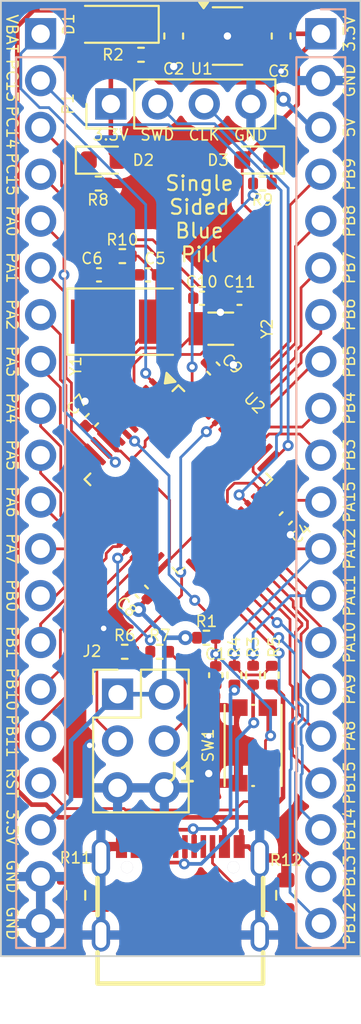
<source format=kicad_pcb>
(kicad_pcb
	(version 20240108)
	(generator "pcbnew")
	(generator_version "8.0")
	(general
		(thickness 1.6)
		(legacy_teardrops no)
	)
	(paper "A4")
	(layers
		(0 "F.Cu" signal)
		(31 "B.Cu" signal)
		(32 "B.Adhes" user "B.Adhesive")
		(33 "F.Adhes" user "F.Adhesive")
		(34 "B.Paste" user)
		(35 "F.Paste" user)
		(36 "B.SilkS" user "B.Silkscreen")
		(37 "F.SilkS" user "F.Silkscreen")
		(38 "B.Mask" user)
		(39 "F.Mask" user)
		(40 "Dwgs.User" user "User.Drawings")
		(41 "Cmts.User" user "User.Comments")
		(42 "Eco1.User" user "User.Eco1")
		(43 "Eco2.User" user "User.Eco2")
		(44 "Edge.Cuts" user)
		(45 "Margin" user)
		(46 "B.CrtYd" user "B.Courtyard")
		(47 "F.CrtYd" user "F.Courtyard")
		(48 "B.Fab" user)
		(49 "F.Fab" user)
		(50 "User.1" user)
		(51 "User.2" user)
		(52 "User.3" user)
		(53 "User.4" user)
		(54 "User.5" user)
		(55 "User.6" user)
		(56 "User.7" user)
		(57 "User.8" user)
		(58 "User.9" user)
	)
	(setup
		(pad_to_mask_clearance 0)
		(allow_soldermask_bridges_in_footprints no)
		(aux_axis_origin 131.572 85.852)
		(grid_origin 131.572 85.852)
		(pcbplotparams
			(layerselection 0x0000030_7ffffffe)
			(plot_on_all_layers_selection 0x0000000_00000000)
			(disableapertmacros no)
			(usegerberextensions no)
			(usegerberattributes yes)
			(usegerberadvancedattributes yes)
			(creategerberjobfile yes)
			(dashed_line_dash_ratio 12.000000)
			(dashed_line_gap_ratio 3.000000)
			(svgprecision 4)
			(plotframeref no)
			(viasonmask no)
			(mode 1)
			(useauxorigin yes)
			(hpglpennumber 1)
			(hpglpenspeed 20)
			(hpglpendiameter 15.000000)
			(pdf_front_fp_property_popups yes)
			(pdf_back_fp_property_popups yes)
			(dxfpolygonmode yes)
			(dxfimperialunits no)
			(dxfusepcbnewfont yes)
			(psnegative no)
			(psa4output no)
			(plotreference yes)
			(plotvalue no)
			(plotfptext yes)
			(plotinvisibletext no)
			(sketchpadsonfab no)
			(subtractmaskfromsilk no)
			(outputformat 3)
			(mirror no)
			(drillshape 0)
			(scaleselection 1)
			(outputdirectory "dxf")
		)
	)
	(net 0 "")
	(net 1 "~{RESET}")
	(net 2 "GND")
	(net 3 "+5V")
	(net 4 "+3.3V")
	(net 5 "Net-(C5-Pad1)")
	(net 6 "OSCIN")
	(net 7 "OSCOUT")
	(net 8 "PC14")
	(net 9 "PC15")
	(net 10 "VBUS")
	(net 11 "Net-(D2-K)")
	(net 12 "Net-(D3-K)")
	(net 13 "/D-")
	(net 14 "/D+")
	(net 15 "Net-(J2-Pin_3)")
	(net 16 "Net-(J2-Pin_4)")
	(net 17 "SWDIO")
	(net 18 "SWDCLK")
	(net 19 "VBAT")
	(net 20 "PC13")
	(net 21 "PA0")
	(net 22 "PA1")
	(net 23 "PA2")
	(net 24 "PA3")
	(net 25 "PA4")
	(net 26 "PA5")
	(net 27 "PA6")
	(net 28 "PA7")
	(net 29 "PB0")
	(net 30 "PB1")
	(net 31 "PB10")
	(net 32 "PB11")
	(net 33 "PB9")
	(net 34 "PB8")
	(net 35 "PB7")
	(net 36 "PB6")
	(net 37 "PB5")
	(net 38 "PB4")
	(net 39 "PB3")
	(net 40 "PA15")
	(net 41 "PA12")
	(net 42 "PA11")
	(net 43 "PA10")
	(net 44 "PA9")
	(net 45 "PA8")
	(net 46 "PB15")
	(net 47 "PB14")
	(net 48 "PB13")
	(net 49 "PB12")
	(net 50 "Net-(U1-EN)")
	(net 51 "BOOT0")
	(net 52 "BOOT1")
	(net 53 "unconnected-(U1-NC-Pad4)")
	(net 54 "unconnected-(J1-SBU2-PadB8)")
	(net 55 "Net-(J1-CC2)")
	(net 56 "Net-(J1-CC1)")
	(net 57 "unconnected-(J1-SBU1-PadA8)")
	(footprint "Capacitor_SMD:C_0402_1005Metric" (layer "F.Cu") (at 136.525 108.585 45))
	(footprint "Resistor_SMD:R_0402_1005Metric" (layer "F.Cu") (at 144.272 122.428 90))
	(footprint "Capacitor_SMD:C_0402_1005Metric" (layer "F.Cu") (at 139.233589 117.897589 135))
	(footprint "Connector_PinHeader_2.54mm:PinHeader_1x04_P2.54mm_Vertical" (layer "F.Cu") (at 137.551 91.44 90))
	(footprint "Package_TO_SOT_SMD:SOT-23-5" (layer "F.Cu") (at 143.8965 87.757))
	(footprint "LED_SMD:LED_0603_1608Metric" (layer "F.Cu") (at 137.1345 94.488))
	(footprint "Resistor_SMD:R_0402_1005Metric" (layer "F.Cu") (at 136.8805 95.758))
	(footprint "Capacitor_SMD:C_0402_1005Metric" (layer "F.Cu") (at 143.256 122.428 -90))
	(footprint "Capacitor_SMD:C_0402_1005Metric" (layer "F.Cu") (at 142.514 101.981 180))
	(footprint "Diode_SMD:D_SOD-123" (layer "F.Cu") (at 137.795 87.122 180))
	(footprint "Crystal:Crystal_SMD_5032-2Pin_5.0x3.2mm" (layer "F.Cu") (at 138.231 103.251))
	(footprint "Button_Switch_SMD:SW_Push_1P1T_NO_CK_KMR2" (layer "F.Cu") (at 145.288 126.238 90))
	(footprint "Resistor_SMD:R_0402_1005Metric" (layer "F.Cu") (at 145.288 122.428 90))
	(footprint "Resistor_SMD:R_0402_1005Metric" (layer "F.Cu") (at 142.748 120.396))
	(footprint "Capacitor_SMD:C_0402_1005Metric" (layer "F.Cu") (at 144.546 101.981))
	(footprint "Capacitor_SMD:C_0402_1005Metric" (layer "F.Cu") (at 147.066 113.919 -135))
	(footprint "Capacitor_SMD:C_0402_1005Metric" (layer "F.Cu") (at 136.906 100.711 180))
	(footprint "Resistor_SMD:R_0402_1005Metric" (layer "F.Cu") (at 138.305 121.158 180))
	(footprint "Resistor_SMD:R_0402_1005Metric" (layer "F.Cu") (at 140.208 121.158 180))
	(footprint "Crystal:Crystal_SMD_3215-2Pin_3.2x1.5mm" (layer "F.Cu") (at 143.53 103.632))
	(footprint "Package_QFP:LQFP-48_7x7mm_P0.5mm" (layer "F.Cu") (at 141.223998 111.804662 -45))
	(footprint "Resistor_SMD:R_0402_1005Metric" (layer "F.Cu") (at 138.176 99.695))
	(footprint "usb:USB-C-SMD_G-SWITCH_GT-USB-7010ASV" (layer "F.Cu") (at 141.33 134.122))
	(footprint "Connector_PinHeader_2.54mm:PinHeader_2x03_P2.54mm_Vertical" (layer "F.Cu") (at 137.917 123.459))
	(footprint "Resistor_SMD:R_0603_1608Metric" (layer "F.Cu") (at 135.636 134.366 90))
	(footprint "LED_SMD:LED_0603_1608Metric" (layer "F.Cu") (at 145.484 94.483 180))
	(footprint "Resistor_SMD:R_0402_1005Metric" (layer "F.Cu") (at 146.304 122.428 -90))
	(footprint "Resistor_SMD:R_0402_1005Metric" (layer "F.Cu") (at 139.192 88.773 180))
	(footprint "Capacitor_SMD:C_0402_1005Metric" (layer "F.Cu") (at 139.573 100.711))
	(footprint "Resistor_SMD:R_0603_1608Metric" (layer "F.Cu") (at 147.066 134.366 90))
	(footprint "Capacitor_SMD:C_0603_1608Metric" (layer "F.Cu") (at 140.97 87.757 -90))
	(footprint "Capacitor_SMD:C_0603_1608Metric" (layer "F.Cu") (at 146.812 87.757 -90))
	(footprint "Resistor_SMD:R_0402_1005Metric" (layer "F.Cu") (at 145.794 95.758 180))
	(footprint "Capacitor_SMD:C_0402_1005Metric"
		(layer "F.Cu")
		(uuid "f24a8be7-5331-4514-ba48-e793b3840dd5")
		(at 143.129 105.791 -45)
		(descr "Capacitor SMD 0402 (1005 Metric), square (rectangular) end terminal, IPC_7351 nominal, (Body size source: IPC-SM-782 page 76, https://www.pcb-3d.com/wordpress/wp-content/uploads/ipc-sm-782a_amendment_1_and_2.pdf), generated with kicad-footprint-generator")
		(tags "capacitor")
		(property "Reference" "C9"
			(at 0.538815 -0.898026 135)
			(layer "F.SilkS")
			(uuid "1df05018-78f5-4cf6-a8c2-f2738b876f1b")
			(effects
				(font
					(size 0.6 0.6)
					(thickness 0.09)
				)
			)
		)
		(property "Value" "0.1µF"
			(at 0 1.16 135)
			(layer "F.Fab")
			(hide yes)
			(uuid "87284dba-db9f-4f9a-85f1-e86b8e8a79f4")
			(effects
				(font
					(size 1 1)
					(thickness 0.15)
				)
			)
		)
		(property "Footprint" ""
			(at 0 0 -45)
			(unlocked yes)
			(layer "F.Fab")
			(hide yes)
			(uuid "09bf6bf2-9c3f-468b-a43e-f497e6334fc9")
			(effects
				(font
					(size 1.27 1.27)
				)
			)
		)
		(property "Datasheet" ""
			(at 0 0 -45)
			(unlocked yes)
			(layer "F.Fab")
			(hide yes)
			(uuid "db700a83-6612-4d39-83b1-540e84902ec2")
			(effects
				(font
					(size 1.27 1.27)
				)
			)
		)
		(property "Description" "Unpolarized capacitor"
			(at 143.129 105.791 0)
			(layer "F.Fab")
			(hide yes)
			(uuid "e895efca-42e4-4507-ba9f-414be540e2f2")
			(effects
				(font
					(size 1.27 1.27)
				)
			)
		)
		(property "LCSC" "C1525"
			(at 0 0 0)
			(layer "F.Fab")
			(hide yes)
			(uuid "a77585fb-6c7a-4bad-8391-35d22d2ef962")
			(effects
				(font
					(size 1 1)
					(thickness 0.15)
				)
			)
		)
		(property "MPN" ""
			(at 0 0 0)
			(layer "F.Fab")
			(hide yes)
			(uuid "6322ba30-204c-4ad2-a4b5-a923deeca8d5")
			(effects
				(font
					(size 1 1)
					(thickness 0.15)
				)
			)
		)
		(property "Mfr" ""
			(at 0 0 0)
			(layer "F.Fab")
			(hide yes)
			(uuid "4498f406-8cd2-4e1c-9b9d-f607017b467f")
			(effects
				(font
					(size 1 1)
					(thickness 0.15)
				)
			)
		)
		(path "/bac41dd5-3c76-4ac4-a4bf-113c1eadafb1")
		(attr smd)
		(fp_line
			(start -0.107836 0.36)
			(end 0.107836 0.36)
			(stroke
				(width 0.12)
				(type solid)
			)
			(layer "F.SilkS")
			(uuid "c96fe3aa-2422-4f08-983c-5c45713bdcf0")
		)
		(fp_line
			(start -0.107836 -0.36)
			(end 0.107836 -0.36)
			(stroke
				(width 0.12)
				(type solid)
			)
			(layer "F.SilkS")
			(uuid "aeaf9843-
... [259742 chars truncated]
</source>
